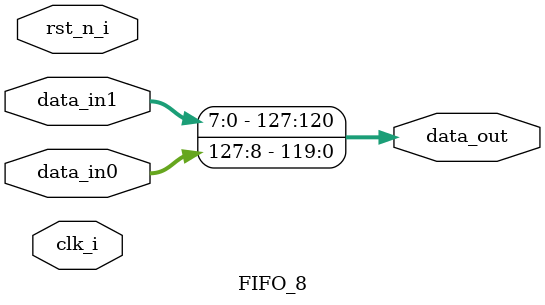
<source format=v>
module FIFO_8 (
    input               clk_i   ,
    input               rst_n_i ,
    input  wire [127:0] data_in0,
    input  wire [  7:0] data_in1,
    output wire [127:0] data_out
);

    assign data_out = { data_in1[7:0] , data_in0[127:8] };

endmodule

</source>
